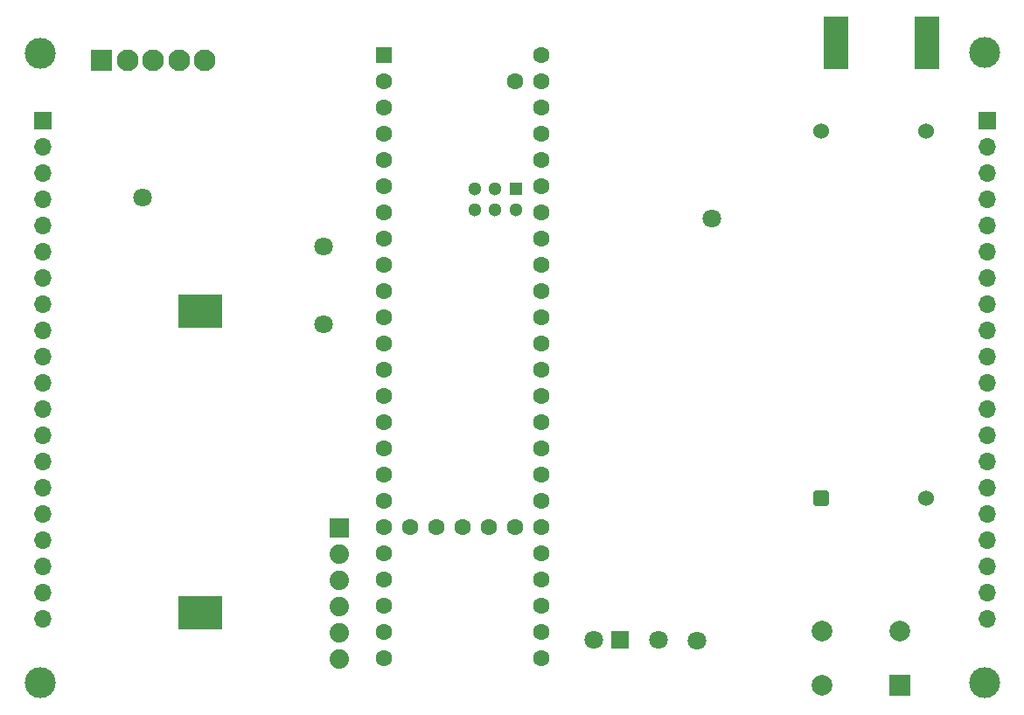
<source format=gbs>
G04 #@! TF.GenerationSoftware,KiCad,Pcbnew,9.0.5*
G04 #@! TF.CreationDate,2026-01-31T11:44:17-08:00*
G04 #@! TF.ProjectId,PocketFT8Xcvr,506f636b-6574-4465-9438-586376722e6b,rev?*
G04 #@! TF.SameCoordinates,Original*
G04 #@! TF.FileFunction,Soldermask,Bot*
G04 #@! TF.FilePolarity,Negative*
%FSLAX46Y46*%
G04 Gerber Fmt 4.6, Leading zero omitted, Abs format (unit mm)*
G04 Created by KiCad (PCBNEW 9.0.5) date 2026-01-31 11:44:17*
%MOMM*%
%LPD*%
G01*
G04 APERTURE LIST*
G04 Aperture macros list*
%AMRoundRect*
0 Rectangle with rounded corners*
0 $1 Rounding radius*
0 $2 $3 $4 $5 $6 $7 $8 $9 X,Y pos of 4 corners*
0 Add a 4 corners polygon primitive as box body*
4,1,4,$2,$3,$4,$5,$6,$7,$8,$9,$2,$3,0*
0 Add four circle primitives for the rounded corners*
1,1,$1+$1,$2,$3*
1,1,$1+$1,$4,$5*
1,1,$1+$1,$6,$7*
1,1,$1+$1,$8,$9*
0 Add four rect primitives between the rounded corners*
20,1,$1+$1,$2,$3,$4,$5,0*
20,1,$1+$1,$4,$5,$6,$7,0*
20,1,$1+$1,$6,$7,$8,$9,0*
20,1,$1+$1,$8,$9,$2,$3,0*%
G04 Aperture macros list end*
%ADD10C,3.000000*%
%ADD11R,1.600000X1.600000*%
%ADD12C,1.600000*%
%ADD13R,1.300000X1.300000*%
%ADD14C,1.300000*%
%ADD15C,1.803200*%
%ADD16R,2.413000X5.080000*%
%ADD17R,1.700000X1.700000*%
%ADD18O,1.700000X1.700000*%
%ADD19R,1.879600X1.879600*%
%ADD20C,1.879600*%
%ADD21RoundRect,0.250000X0.512000X-0.512000X0.512000X0.512000X-0.512000X0.512000X-0.512000X-0.512000X0*%
%ADD22C,1.524000*%
%ADD23R,1.800000X1.800000*%
%ADD24C,1.800000*%
%ADD25R,2.000000X2.000000*%
%ADD26C,2.000000*%
%ADD27R,2.100000X2.100000*%
%ADD28C,2.100000*%
%ADD29R,4.318000X3.302000*%
G04 APERTURE END LIST*
D10*
X106420000Y-54420000D03*
D11*
X139700000Y-54610000D03*
D12*
X139700000Y-57150000D03*
X139700000Y-59690000D03*
X139700000Y-62230000D03*
X139700000Y-64770000D03*
X139700000Y-67310000D03*
X139700000Y-69850000D03*
X139700000Y-72390000D03*
X139700000Y-74930000D03*
X139700000Y-77470000D03*
X139700000Y-80010000D03*
X139700000Y-82550000D03*
X139700000Y-85090000D03*
X139700000Y-87630000D03*
X139700000Y-90170000D03*
X139700000Y-92710000D03*
X139700000Y-95250000D03*
X139700000Y-97790000D03*
X139700000Y-100330000D03*
X139700000Y-102870000D03*
X139700000Y-105410000D03*
X139700000Y-107950000D03*
X139700000Y-110490000D03*
X139700000Y-113030000D03*
X154940000Y-113030000D03*
X154940000Y-110490000D03*
X154940000Y-107950000D03*
X154940000Y-105410000D03*
X154940000Y-102870000D03*
X154940000Y-100330000D03*
X154940000Y-97790000D03*
X154940000Y-95250000D03*
X154940000Y-92710000D03*
X154940000Y-90170000D03*
X154940000Y-87630000D03*
X154940000Y-85090000D03*
X154940000Y-82550000D03*
X154940000Y-80010000D03*
X154940000Y-77470000D03*
X154940000Y-74930000D03*
X154940000Y-72390000D03*
X154940000Y-69850000D03*
X154940000Y-67310000D03*
X154940000Y-64770000D03*
X154940000Y-62230000D03*
X154940000Y-59690000D03*
X154940000Y-57150000D03*
X154940000Y-54610000D03*
X152400000Y-57150000D03*
X142240000Y-100330000D03*
X144780000Y-100330000D03*
X147320000Y-100330000D03*
X149860000Y-100330000D03*
X152400000Y-100330000D03*
D13*
X152501600Y-67580000D03*
D14*
X150501600Y-67580000D03*
X148501600Y-67580000D03*
X148501600Y-69580000D03*
X150501600Y-69580000D03*
X152501600Y-69580000D03*
D15*
X116390000Y-68430000D03*
D16*
X183537000Y-53460000D03*
X192300000Y-53460000D03*
D10*
X106420000Y-115380000D03*
D17*
X198120000Y-60960000D03*
D18*
X198120000Y-63500000D03*
X198120000Y-66040000D03*
X198120000Y-68580000D03*
X198120000Y-71120000D03*
X198120000Y-73660000D03*
X198120000Y-76200000D03*
X198120000Y-78740000D03*
X198120000Y-81280000D03*
X198120000Y-83820000D03*
X198120000Y-86360000D03*
X198120000Y-88900000D03*
X198120000Y-91440000D03*
X198120000Y-93980000D03*
X198120000Y-96520000D03*
X198120000Y-99060000D03*
X198120000Y-101600000D03*
X198120000Y-104140000D03*
X198120000Y-106680000D03*
X198120000Y-109220000D03*
D10*
X197860000Y-115380000D03*
D19*
X135400000Y-100400000D03*
D20*
X135400000Y-102940000D03*
X135400000Y-105480000D03*
X135400000Y-108020000D03*
X135400000Y-110560000D03*
X135400000Y-113100000D03*
D15*
X133900000Y-80650000D03*
X171490000Y-70400000D03*
D21*
X182050000Y-97560000D03*
D22*
X192210000Y-97560000D03*
X182050000Y-62000000D03*
X192210000Y-62000000D03*
D23*
X162550000Y-111225000D03*
D24*
X160010000Y-111225000D03*
D25*
X189710000Y-115650000D03*
D26*
X182110000Y-115670000D03*
X189670000Y-110410000D03*
X182110000Y-110410000D03*
D15*
X133900000Y-73150000D03*
X166350000Y-111240000D03*
D27*
X112400000Y-55150000D03*
D28*
X114900000Y-55150000D03*
X117400000Y-55150000D03*
X119900000Y-55150000D03*
X122400000Y-55150000D03*
D17*
X106680000Y-60960000D03*
D18*
X106680000Y-63500000D03*
X106680000Y-66040000D03*
X106680000Y-68580000D03*
X106680000Y-71120000D03*
X106680000Y-73660000D03*
X106680000Y-76200000D03*
X106680000Y-78740000D03*
X106680000Y-81280000D03*
X106680000Y-83820000D03*
X106680000Y-86360000D03*
X106680000Y-88900000D03*
X106680000Y-91440000D03*
X106680000Y-93980000D03*
X106680000Y-96520000D03*
X106680000Y-99060000D03*
X106680000Y-101600000D03*
X106680000Y-104140000D03*
X106680000Y-106680000D03*
X106680000Y-109220000D03*
D10*
X197860000Y-54310000D03*
D15*
X170030000Y-111340000D03*
D29*
X121920000Y-108585000D03*
X121920000Y-79375000D03*
M02*

</source>
